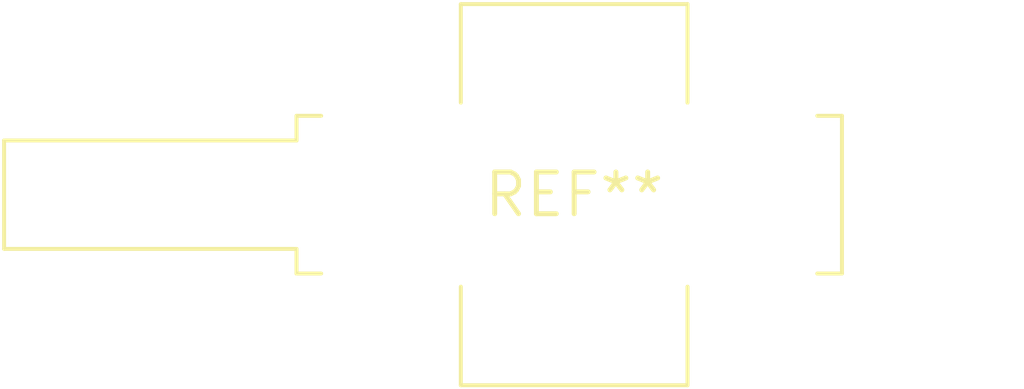
<source format=kicad_pcb>
(kicad_pcb (version 20240108) (generator pcbnew)
  (layers (0 "F.Cu" signal) (31 "B.Cu" signal) (34 "B.Paste" user) (35 "F.Paste" user) (36 "B.SilkS" user "B.Silkscreen") (37 "F.SilkS" user "F.Silkscreen") (38 "B.Mask" user) (39 "F.Mask" user) (44 "Edge.Cuts" user))
  (net 0 "")
  (footprint "Lightpipe_Mentor_1276.1004" (layer "F.Cu") (at 0 0)
    (property "Reference" "REF**")
    (property "Value" "Lightpipe_Mentor_1276.1004")
    (fp_line (start -17.35 -1.65) (end -17.35 1.65) (layer "F.SilkS") (stroke (width 0.12)))
    (fp_line (start -17.35 1.65) (end -8.45 1.65) (layer "F.SilkS") (stroke (width 0.12)))
    (fp_line (start -8.45 -2.4) (end -8.45 -1.65) (layer "F.SilkS") (stroke (width 0.12)))
    (fp_line (start -8.45 -2.4) (end -7.7 -2.4) (layer "F.SilkS") (stroke (width 0.12)))
    (fp_line (start -8.45 -1.65) (end -17.35 -1.65) (layer "F.SilkS") (stroke (width 0.12)))
    (fp_line (start -8.45 1.65) (end -8.45 2.4) (layer "F.SilkS") (stroke (width 0.12)))
    (fp_line (start -7.7 2.4) (end -8.45 2.4) (layer "F.SilkS") (stroke (width 0.12)))
    (fp_line (start -3.45 -5.8) (end 3.45 -5.8) (layer "F.SilkS") (stroke (width 0.12)))
    (fp_line (start -3.45 -2.8) (end -3.45 -5.8) (layer "F.SilkS") (stroke (width 0.12)))
    (fp_line (start -3.45 5.8) (end -3.45 2.8) (layer "F.SilkS") (stroke (width 0.12)))
    (fp_line (start 3.45 -5.8) (end 3.45 -2.8) (layer "F.SilkS") (stroke (width 0.12)))
    (fp_line (start 3.45 2.8) (end 3.45 5.8) (layer "F.SilkS") (stroke (width 0.12)))
    (fp_line (start 3.45 5.8) (end -3.45 5.8) (layer "F.SilkS") (stroke (width 0.12)))
    (fp_line (start 7.4 -2.4) (end 8.15 -2.4) (layer "F.SilkS") (stroke (width 0.12)))
    (fp_line (start 8.15 -2.4) (end 8.15 2.4) (layer "F.SilkS") (stroke (width 0.12)))
    (fp_line (start 8.15 2.4) (end 7.4 2.4) (layer "F.SilkS") (stroke (width 0.12)))
    (pad "" np_thru_hole circle (at 0 -4.15) (size 2.5 2.5) (drill 2.5) (layers *.Cu *.Mask))
    (pad "" np_thru_hole circle (at 0 4.15) (size 2.5 2.5) (drill 2.5) (layers *.Cu *.Mask))
  )
)
</source>
